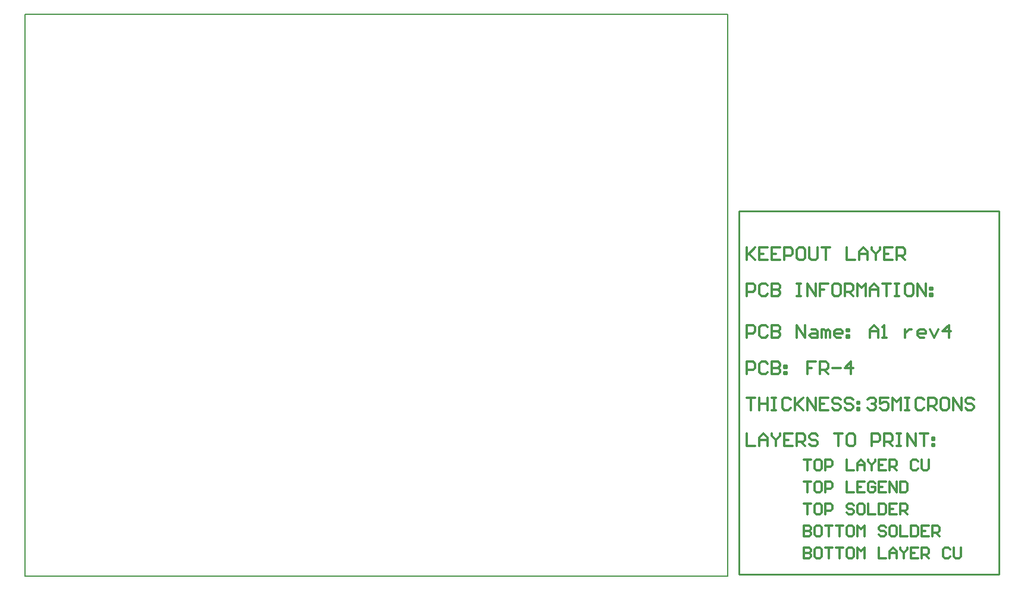
<source format=gko>
G04 Layer_Color=16711935*
%FSLAX25Y25*%
%MOIN*%
G70*
G01*
G75*
%ADD22C,0.00800*%
%ADD23C,0.01200*%
%ADD40C,0.01000*%
D22*
X0Y0D02*
Y314961D01*
X393701D01*
Y0D02*
Y314961D01*
X0Y0D02*
X393701D01*
D23*
X404334Y133858D02*
Y140856D01*
X407833D01*
X408999Y139690D01*
Y137357D01*
X407833Y136191D01*
X404334D01*
X415997Y139690D02*
X414830Y140856D01*
X412498D01*
X411332Y139690D01*
Y135025D01*
X412498Y133858D01*
X414830D01*
X415997Y135025D01*
X418329Y140856D02*
Y133858D01*
X421828D01*
X422995Y135025D01*
Y136191D01*
X421828Y137357D01*
X418329D01*
X421828D01*
X422995Y138523D01*
Y139690D01*
X421828Y140856D01*
X418329D01*
X432325Y133858D02*
Y140856D01*
X436990Y133858D01*
Y140856D01*
X440489Y138523D02*
X442821D01*
X443988Y137357D01*
Y133858D01*
X440489D01*
X439323Y135025D01*
X440489Y136191D01*
X443988D01*
X446320Y133858D02*
Y138523D01*
X447487D01*
X448653Y137357D01*
Y133858D01*
Y137357D01*
X449819Y138523D01*
X450985Y137357D01*
Y133858D01*
X456817D02*
X454484D01*
X453318Y135025D01*
Y137357D01*
X454484Y138523D01*
X456817D01*
X457983Y137357D01*
Y136191D01*
X453318D01*
X460316Y138523D02*
X461482D01*
Y137357D01*
X460316D01*
Y138523D01*
Y135025D02*
X461482D01*
Y133858D01*
X460316D01*
Y135025D01*
X473145Y133858D02*
Y138523D01*
X475478Y140856D01*
X477810Y138523D01*
Y133858D01*
Y137357D01*
X473145D01*
X480143Y133858D02*
X482475D01*
X481309D01*
Y140856D01*
X480143Y139690D01*
X492972Y138523D02*
Y133858D01*
Y136191D01*
X494138Y137357D01*
X495304Y138523D01*
X496471D01*
X503469Y133858D02*
X501136D01*
X499970Y135025D01*
Y137357D01*
X501136Y138523D01*
X503469D01*
X504635Y137357D01*
Y136191D01*
X499970D01*
X506967Y138523D02*
X509300Y133858D01*
X511632Y138523D01*
X517464Y133858D02*
Y140856D01*
X513965Y137357D01*
X518630D01*
X404334Y184271D02*
Y177274D01*
Y179606D01*
X408999Y184271D01*
X405500Y180772D01*
X408999Y177274D01*
X415997Y184271D02*
X411332D01*
Y177274D01*
X415997D01*
X411332Y180772D02*
X413664D01*
X422995Y184271D02*
X418329D01*
Y177274D01*
X422995D01*
X418329Y180772D02*
X420662D01*
X425327Y177274D02*
Y184271D01*
X428826D01*
X429992Y183105D01*
Y180772D01*
X428826Y179606D01*
X425327D01*
X435824Y184271D02*
X433491D01*
X432325Y183105D01*
Y178440D01*
X433491Y177274D01*
X435824D01*
X436990Y178440D01*
Y183105D01*
X435824Y184271D01*
X439323D02*
Y178440D01*
X440489Y177274D01*
X442821D01*
X443988Y178440D01*
Y184271D01*
X446320D02*
X450985D01*
X448653D01*
Y177274D01*
X460316Y184271D02*
Y177274D01*
X464981D01*
X467313D02*
Y181939D01*
X469646Y184271D01*
X471979Y181939D01*
Y177274D01*
Y180772D01*
X467313D01*
X474311Y184271D02*
Y183105D01*
X476644Y180772D01*
X478976Y183105D01*
Y184271D01*
X476644Y180772D02*
Y177274D01*
X485974Y184271D02*
X481309D01*
Y177274D01*
X485974D01*
X481309Y180772D02*
X483642D01*
X488307Y177274D02*
Y184271D01*
X491806D01*
X492972Y183105D01*
Y180772D01*
X491806Y179606D01*
X488307D01*
X490639D02*
X492972Y177274D01*
X404334Y157086D02*
Y164084D01*
X407833D01*
X408999Y162918D01*
Y160585D01*
X407833Y159419D01*
X404334D01*
X415997Y162918D02*
X414830Y164084D01*
X412498D01*
X411332Y162918D01*
Y158252D01*
X412498Y157086D01*
X414830D01*
X415997Y158252D01*
X418329Y164084D02*
Y157086D01*
X421828D01*
X422995Y158252D01*
Y159419D01*
X421828Y160585D01*
X418329D01*
X421828D01*
X422995Y161751D01*
Y162918D01*
X421828Y164084D01*
X418329D01*
X432325D02*
X434657D01*
X433491D01*
Y157086D01*
X432325D01*
X434657D01*
X438156D02*
Y164084D01*
X442821Y157086D01*
Y164084D01*
X449819D02*
X445154D01*
Y160585D01*
X447487D01*
X445154D01*
Y157086D01*
X455651Y164084D02*
X453318D01*
X452152Y162918D01*
Y158252D01*
X453318Y157086D01*
X455651D01*
X456817Y158252D01*
Y162918D01*
X455651Y164084D01*
X459150Y157086D02*
Y164084D01*
X462648D01*
X463815Y162918D01*
Y160585D01*
X462648Y159419D01*
X459150D01*
X461482D02*
X463815Y157086D01*
X466147D02*
Y164084D01*
X468480Y161751D01*
X470812Y164084D01*
Y157086D01*
X473145D02*
Y161751D01*
X475478Y164084D01*
X477810Y161751D01*
Y157086D01*
Y160585D01*
X473145D01*
X480143Y164084D02*
X484808D01*
X482475D01*
Y157086D01*
X487140Y164084D02*
X489473D01*
X488307D01*
Y157086D01*
X487140D01*
X489473D01*
X496471Y164084D02*
X494138D01*
X492972Y162918D01*
Y158252D01*
X494138Y157086D01*
X496471D01*
X497637Y158252D01*
Y162918D01*
X496471Y164084D01*
X499970Y157086D02*
Y164084D01*
X504635Y157086D01*
Y164084D01*
X506967Y161751D02*
X508134D01*
Y160585D01*
X506967D01*
Y161751D01*
Y158252D02*
X508134D01*
Y157086D01*
X506967D01*
Y158252D01*
X404334Y100087D02*
X408999D01*
X406666D01*
Y93089D01*
X411332Y100087D02*
Y93089D01*
Y96588D01*
X415997D01*
Y100087D01*
Y93089D01*
X418329Y100087D02*
X420662D01*
X419496D01*
Y93089D01*
X418329D01*
X420662D01*
X428826Y98921D02*
X427660Y100087D01*
X425327D01*
X424161Y98921D01*
Y94255D01*
X425327Y93089D01*
X427660D01*
X428826Y94255D01*
X431158Y100087D02*
Y93089D01*
Y95422D01*
X435824Y100087D01*
X432325Y96588D01*
X435824Y93089D01*
X438156D02*
Y100087D01*
X442821Y93089D01*
Y100087D01*
X449819D02*
X445154D01*
Y93089D01*
X449819D01*
X445154Y96588D02*
X447487D01*
X456817Y98921D02*
X455651Y100087D01*
X453318D01*
X452152Y98921D01*
Y97754D01*
X453318Y96588D01*
X455651D01*
X456817Y95422D01*
Y94255D01*
X455651Y93089D01*
X453318D01*
X452152Y94255D01*
X463815Y98921D02*
X462648Y100087D01*
X460316D01*
X459150Y98921D01*
Y97754D01*
X460316Y96588D01*
X462648D01*
X463815Y95422D01*
Y94255D01*
X462648Y93089D01*
X460316D01*
X459150Y94255D01*
X466147Y97754D02*
X467313D01*
Y96588D01*
X466147D01*
Y97754D01*
Y94255D02*
X467313D01*
Y93089D01*
X466147D01*
Y94255D01*
X471979Y98921D02*
X473145Y100087D01*
X475478D01*
X476644Y98921D01*
Y97754D01*
X475478Y96588D01*
X474311D01*
X475478D01*
X476644Y95422D01*
Y94255D01*
X475478Y93089D01*
X473145D01*
X471979Y94255D01*
X483642Y100087D02*
X478976D01*
Y96588D01*
X481309Y97754D01*
X482475D01*
X483642Y96588D01*
Y94255D01*
X482475Y93089D01*
X480143D01*
X478976Y94255D01*
X485974Y93089D02*
Y100087D01*
X488307Y97754D01*
X490639Y100087D01*
Y93089D01*
X492972Y100087D02*
X495304D01*
X494138D01*
Y93089D01*
X492972D01*
X495304D01*
X503469Y98921D02*
X502302Y100087D01*
X499970D01*
X498803Y98921D01*
Y94255D01*
X499970Y93089D01*
X502302D01*
X503469Y94255D01*
X505801Y93089D02*
Y100087D01*
X509300D01*
X510466Y98921D01*
Y96588D01*
X509300Y95422D01*
X505801D01*
X508134D02*
X510466Y93089D01*
X516298Y100087D02*
X513965D01*
X512799Y98921D01*
Y94255D01*
X513965Y93089D01*
X516298D01*
X517464Y94255D01*
Y98921D01*
X516298Y100087D01*
X519797Y93089D02*
Y100087D01*
X524462Y93089D01*
Y100087D01*
X531460Y98921D02*
X530293Y100087D01*
X527961D01*
X526794Y98921D01*
Y97754D01*
X527961Y96588D01*
X530293D01*
X531460Y95422D01*
Y94255D01*
X530293Y93089D01*
X527961D01*
X526794Y94255D01*
X404334Y113277D02*
Y120274D01*
X407833D01*
X408999Y119108D01*
Y116775D01*
X407833Y115609D01*
X404334D01*
X415997Y119108D02*
X414830Y120274D01*
X412498D01*
X411332Y119108D01*
Y114443D01*
X412498Y113277D01*
X414830D01*
X415997Y114443D01*
X418329Y120274D02*
Y113277D01*
X421828D01*
X422995Y114443D01*
Y115609D01*
X421828Y116775D01*
X418329D01*
X421828D01*
X422995Y117942D01*
Y119108D01*
X421828Y120274D01*
X418329D01*
X425327Y117942D02*
X426493D01*
Y116775D01*
X425327D01*
Y117942D01*
Y114443D02*
X426493D01*
Y113277D01*
X425327D01*
Y114443D01*
X442821Y120274D02*
X438156D01*
Y116775D01*
X440489D01*
X438156D01*
Y113277D01*
X445154D02*
Y120274D01*
X448653D01*
X449819Y119108D01*
Y116775D01*
X448653Y115609D01*
X445154D01*
X447487D02*
X449819Y113277D01*
X452152Y116775D02*
X456817D01*
X462648Y113277D02*
Y120274D01*
X459150Y116775D01*
X463815D01*
X404334Y79899D02*
Y72902D01*
X408999D01*
X411332D02*
Y77567D01*
X413664Y79899D01*
X415997Y77567D01*
Y72902D01*
Y76400D01*
X411332D01*
X418329Y79899D02*
Y78733D01*
X420662Y76400D01*
X422995Y78733D01*
Y79899D01*
X420662Y76400D02*
Y72902D01*
X429992Y79899D02*
X425327D01*
Y72902D01*
X429992D01*
X425327Y76400D02*
X427660D01*
X432325Y72902D02*
Y79899D01*
X435824D01*
X436990Y78733D01*
Y76400D01*
X435824Y75234D01*
X432325D01*
X434657D02*
X436990Y72902D01*
X443988Y78733D02*
X442821Y79899D01*
X440489D01*
X439323Y78733D01*
Y77567D01*
X440489Y76400D01*
X442821D01*
X443988Y75234D01*
Y74068D01*
X442821Y72902D01*
X440489D01*
X439323Y74068D01*
X453318Y79899D02*
X457983D01*
X455651D01*
Y72902D01*
X463815Y79899D02*
X461482D01*
X460316Y78733D01*
Y74068D01*
X461482Y72902D01*
X463815D01*
X464981Y74068D01*
Y78733D01*
X463815Y79899D01*
X474311Y72902D02*
Y79899D01*
X477810D01*
X478976Y78733D01*
Y76400D01*
X477810Y75234D01*
X474311D01*
X481309Y72902D02*
Y79899D01*
X484808D01*
X485974Y78733D01*
Y76400D01*
X484808Y75234D01*
X481309D01*
X483642D02*
X485974Y72902D01*
X488307Y79899D02*
X490639D01*
X489473D01*
Y72902D01*
X488307D01*
X490639D01*
X494138D02*
Y79899D01*
X498803Y72902D01*
Y79899D01*
X501136D02*
X505801D01*
X503469D01*
Y72902D01*
X508134Y77567D02*
X509300D01*
Y76400D01*
X508134D01*
Y77567D01*
Y74068D02*
X509300D01*
Y72902D01*
X508134D01*
Y74068D01*
X436234Y15900D02*
Y9902D01*
X439233D01*
X440233Y10901D01*
Y11901D01*
X439233Y12901D01*
X436234D01*
X439233D01*
X440233Y13900D01*
Y14900D01*
X439233Y15900D01*
X436234D01*
X445231D02*
X443232D01*
X442232Y14900D01*
Y10901D01*
X443232Y9902D01*
X445231D01*
X446231Y10901D01*
Y14900D01*
X445231Y15900D01*
X448230D02*
X452229D01*
X450229D01*
Y9902D01*
X454228Y15900D02*
X458227D01*
X456227D01*
Y9902D01*
X463225Y15900D02*
X461226D01*
X460226Y14900D01*
Y10901D01*
X461226Y9902D01*
X463225D01*
X464225Y10901D01*
Y14900D01*
X463225Y15900D01*
X466224Y9902D02*
Y15900D01*
X468223Y13900D01*
X470223Y15900D01*
Y9902D01*
X478220Y15900D02*
Y9902D01*
X482219D01*
X484218D02*
Y13900D01*
X486218Y15900D01*
X488217Y13900D01*
Y9902D01*
Y12901D01*
X484218D01*
X490216Y15900D02*
Y14900D01*
X492216Y12901D01*
X494215Y14900D01*
Y15900D01*
X492216Y12901D02*
Y9902D01*
X500213Y15900D02*
X496214D01*
Y9902D01*
X500213D01*
X496214Y12901D02*
X498214D01*
X502212Y9902D02*
Y15900D01*
X505211D01*
X506211Y14900D01*
Y12901D01*
X505211Y11901D01*
X502212D01*
X504212D02*
X506211Y9902D01*
X518207Y14900D02*
X517208Y15900D01*
X515208D01*
X514209Y14900D01*
Y10901D01*
X515208Y9902D01*
X517208D01*
X518207Y10901D01*
X520207Y15900D02*
Y10901D01*
X521206Y9902D01*
X523206D01*
X524205Y10901D01*
Y15900D01*
X436234Y53025D02*
X440233D01*
X438233D01*
Y47027D01*
X445231Y53025D02*
X443232D01*
X442232Y52025D01*
Y48026D01*
X443232Y47027D01*
X445231D01*
X446231Y48026D01*
Y52025D01*
X445231Y53025D01*
X448230Y47027D02*
Y53025D01*
X451229D01*
X452229Y52025D01*
Y50026D01*
X451229Y49026D01*
X448230D01*
X460226Y53025D02*
Y47027D01*
X464225D01*
X470223Y53025D02*
X466224D01*
Y47027D01*
X470223D01*
X466224Y50026D02*
X468223D01*
X476221Y52025D02*
X475221Y53025D01*
X473222D01*
X472222Y52025D01*
Y48026D01*
X473222Y47027D01*
X475221D01*
X476221Y48026D01*
Y50026D01*
X474222D01*
X482219Y53025D02*
X478220D01*
Y47027D01*
X482219D01*
X478220Y50026D02*
X480220D01*
X484218Y47027D02*
Y53025D01*
X488217Y47027D01*
Y53025D01*
X490216D02*
Y47027D01*
X493215D01*
X494215Y48026D01*
Y52025D01*
X493215Y53025D01*
X490216D01*
X436234Y65400D02*
X440233D01*
X438233D01*
Y59402D01*
X445231Y65400D02*
X443232D01*
X442232Y64400D01*
Y60401D01*
X443232Y59402D01*
X445231D01*
X446231Y60401D01*
Y64400D01*
X445231Y65400D01*
X448230Y59402D02*
Y65400D01*
X451229D01*
X452229Y64400D01*
Y62401D01*
X451229Y61401D01*
X448230D01*
X460226Y65400D02*
Y59402D01*
X464225D01*
X466224D02*
Y63400D01*
X468223Y65400D01*
X470223Y63400D01*
Y59402D01*
Y62401D01*
X466224D01*
X472222Y65400D02*
Y64400D01*
X474222Y62401D01*
X476221Y64400D01*
Y65400D01*
X474222Y62401D02*
Y59402D01*
X482219Y65400D02*
X478220D01*
Y59402D01*
X482219D01*
X478220Y62401D02*
X480220D01*
X484218Y59402D02*
Y65400D01*
X487217D01*
X488217Y64400D01*
Y62401D01*
X487217Y61401D01*
X484218D01*
X486218D02*
X488217Y59402D01*
X500213Y64400D02*
X499214Y65400D01*
X497214D01*
X496214Y64400D01*
Y60401D01*
X497214Y59402D01*
X499214D01*
X500213Y60401D01*
X502212Y65400D02*
Y60401D01*
X503212Y59402D01*
X505211D01*
X506211Y60401D01*
Y65400D01*
X436234Y40650D02*
X440233D01*
X438233D01*
Y34652D01*
X445231Y40650D02*
X443232D01*
X442232Y39650D01*
Y35651D01*
X443232Y34652D01*
X445231D01*
X446231Y35651D01*
Y39650D01*
X445231Y40650D01*
X448230Y34652D02*
Y40650D01*
X451229D01*
X452229Y39650D01*
Y37651D01*
X451229Y36651D01*
X448230D01*
X464225Y39650D02*
X463225Y40650D01*
X461226D01*
X460226Y39650D01*
Y38650D01*
X461226Y37651D01*
X463225D01*
X464225Y36651D01*
Y35651D01*
X463225Y34652D01*
X461226D01*
X460226Y35651D01*
X469223Y40650D02*
X467224D01*
X466224Y39650D01*
Y35651D01*
X467224Y34652D01*
X469223D01*
X470223Y35651D01*
Y39650D01*
X469223Y40650D01*
X472222D02*
Y34652D01*
X476221D01*
X478220Y40650D02*
Y34652D01*
X481219D01*
X482219Y35651D01*
Y39650D01*
X481219Y40650D01*
X478220D01*
X488217D02*
X484218D01*
Y34652D01*
X488217D01*
X484218Y37651D02*
X486218D01*
X490216Y34652D02*
Y40650D01*
X493215D01*
X494215Y39650D01*
Y37651D01*
X493215Y36651D01*
X490216D01*
X492216D02*
X494215Y34652D01*
X436234Y28275D02*
Y22277D01*
X439233D01*
X440233Y23276D01*
Y24276D01*
X439233Y25276D01*
X436234D01*
X439233D01*
X440233Y26275D01*
Y27275D01*
X439233Y28275D01*
X436234D01*
X445231D02*
X443232D01*
X442232Y27275D01*
Y23276D01*
X443232Y22277D01*
X445231D01*
X446231Y23276D01*
Y27275D01*
X445231Y28275D01*
X448230D02*
X452229D01*
X450229D01*
Y22277D01*
X454228Y28275D02*
X458227D01*
X456227D01*
Y22277D01*
X463225Y28275D02*
X461226D01*
X460226Y27275D01*
Y23276D01*
X461226Y22277D01*
X463225D01*
X464225Y23276D01*
Y27275D01*
X463225Y28275D01*
X466224Y22277D02*
Y28275D01*
X468223Y26275D01*
X470223Y28275D01*
Y22277D01*
X482219Y27275D02*
X481219Y28275D01*
X479220D01*
X478220Y27275D01*
Y26275D01*
X479220Y25276D01*
X481219D01*
X482219Y24276D01*
Y23276D01*
X481219Y22277D01*
X479220D01*
X478220Y23276D01*
X487217Y28275D02*
X485218D01*
X484218Y27275D01*
Y23276D01*
X485218Y22277D01*
X487217D01*
X488217Y23276D01*
Y27275D01*
X487217Y28275D01*
X490216D02*
Y22277D01*
X494215D01*
X496214Y28275D02*
Y22277D01*
X499214D01*
X500213Y23276D01*
Y27275D01*
X499214Y28275D01*
X496214D01*
X506211D02*
X502212D01*
Y22277D01*
X506211D01*
X502212Y25276D02*
X504212D01*
X508211Y22277D02*
Y28275D01*
X511210D01*
X512209Y27275D01*
Y25276D01*
X511210Y24276D01*
X508211D01*
X510210D02*
X512209Y22277D01*
D40*
X399946Y1102D02*
Y204724D01*
Y1102D02*
X545616D01*
Y204724D01*
X399946D02*
X545616D01*
M02*

</source>
